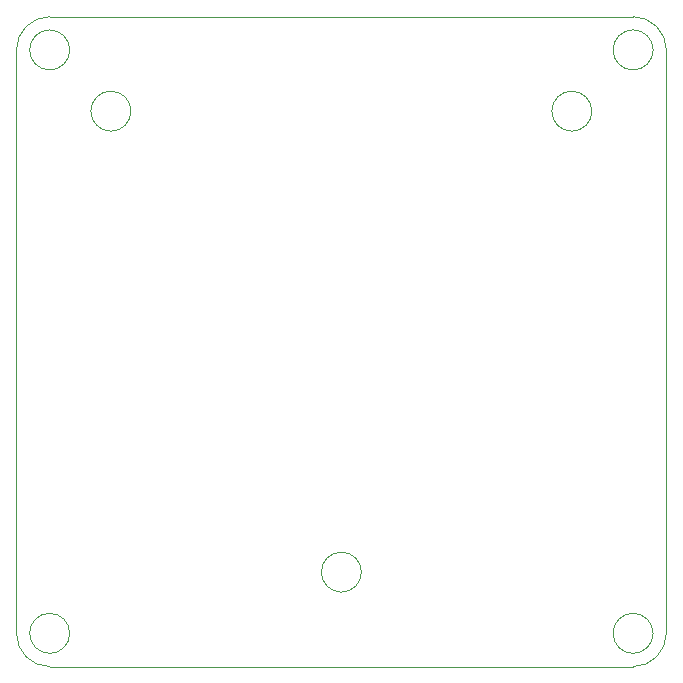
<source format=gm1>
G04*
G04 #@! TF.GenerationSoftware,Altium Limited,Altium Designer,22.10.1 (41)*
G04*
G04 Layer_Color=16711935*
%FSLAX25Y25*%
%MOIN*%
G70*
G04*
G04 #@! TF.SameCoordinates,250C4105-873D-48B8-9BDC-DF256EB57D7A*
G04*
G04*
G04 #@! TF.FilePolarity,Positive*
G04*
G01*
G75*
%ADD12C,0.00100*%
D12*
X70130Y76823D02*
G03*
X76823Y70130I6693J0D01*
G01*
D02*
G03*
X83516Y76823I0J6693D01*
G01*
D02*
G03*
X76823Y83516I-6693J0D01*
G01*
D02*
G03*
X70130Y76823I0J-6693D01*
G01*
X-83516D02*
G03*
X-76823Y70130I6693J0D01*
G01*
Y83516D02*
G03*
X-83516Y76823I0J-6693D01*
G01*
X-70130D02*
G03*
X-76823Y83516I-6693J0D01*
G01*
Y70130D02*
G03*
X-70130Y76823I0J6693D01*
G01*
X-6693Y-76823D02*
G03*
X0Y-83516I6693J0D01*
G01*
D02*
G03*
X6693Y-76823I0J6693D01*
G01*
D02*
G03*
X0Y-70130I-6693J0D01*
G01*
D02*
G03*
X-6693Y-76823I0J-6693D01*
G01*
X-103922Y-97229D02*
G03*
X-97229Y-103922I6693J0D01*
G01*
Y-90536D02*
G03*
X-103922Y-97229I0J-6693D01*
G01*
X-90536D02*
G03*
X-97229Y-90536I-6693J0D01*
G01*
Y-103922D02*
G03*
X-90536Y-97229I0J6693D01*
G01*
X90536D02*
G03*
X97229Y-103922I6693J0D01*
G01*
Y-90536D02*
G03*
X90536Y-97229I0J-6693D01*
G01*
X103922D02*
G03*
X97229Y-90536I-6693J0D01*
G01*
Y-103922D02*
G03*
X103922Y-97229I0J6693D01*
G01*
X90536Y97229D02*
G03*
X97229Y90536I6693J0D01*
G01*
Y103922D02*
G03*
X90536Y97229I0J-6693D01*
G01*
X103922D02*
G03*
X97229Y103922I-6693J0D01*
G01*
Y90536D02*
G03*
X103922Y97229I0J6693D01*
G01*
X-103922D02*
G03*
X-97229Y90536I6693J0D01*
G01*
Y103922D02*
G03*
X-103922Y97229I0J-6693D01*
G01*
X-90536D02*
G03*
X-97229Y103922I-6693J0D01*
G01*
Y90536D02*
G03*
X-90536Y97229I0J6693D01*
G01*
X-97229Y108319D02*
G03*
X-108319Y97229I0J-11090D01*
G01*
X108319D02*
G03*
X97229Y108319I-11090J0D01*
G01*
X97229Y-108319D02*
G03*
X108319Y-97229I0J11090D01*
G01*
X-108319D02*
G03*
X-97230Y-108319I11090J0D01*
G01*
X-108319Y-97229D02*
Y-77953D01*
X-108319Y77953D01*
X-108319Y97229D02*
X-108319Y77953D01*
X-97229Y108319D02*
X-97228Y108319D01*
X97229Y108319D01*
X108319Y-77953D02*
Y97229D01*
X108319Y-97229D02*
X108319Y-77953D01*
X77953Y-108319D02*
X97229D01*
X-97229D02*
X77951Y-108319D01*
X-97230Y-108319D02*
X-97229Y-108319D01*
M02*

</source>
